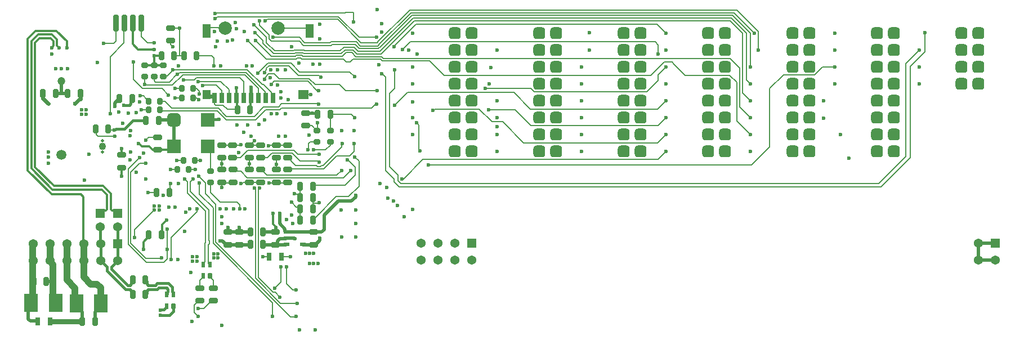
<source format=gbl>
G04*
G04 #@! TF.GenerationSoftware,Altium Limited,Altium Designer,20.0.2 (26)*
G04*
G04 Layer_Physical_Order=4*
G04 Layer_Color=16737819*
%FSLAX44Y44*%
%MOMM*%
G71*
G01*
G75*
%ADD11C,0.6000*%
%ADD14C,0.2000*%
G04:AMPARAMS|DCode=17|XSize=0.8mm|YSize=1.3mm|CornerRadius=0.2mm|HoleSize=0mm|Usage=FLASHONLY|Rotation=180.000|XOffset=0mm|YOffset=0mm|HoleType=Round|Shape=RoundedRectangle|*
%AMROUNDEDRECTD17*
21,1,0.8000,0.9000,0,0,180.0*
21,1,0.4000,1.3000,0,0,180.0*
1,1,0.4000,-0.2000,0.4500*
1,1,0.4000,0.2000,0.4500*
1,1,0.4000,0.2000,-0.4500*
1,1,0.4000,-0.2000,-0.4500*
%
%ADD17ROUNDEDRECTD17*%
G04:AMPARAMS|DCode=22|XSize=0.8mm|YSize=1.3mm|CornerRadius=0.2mm|HoleSize=0mm|Usage=FLASHONLY|Rotation=270.000|XOffset=0mm|YOffset=0mm|HoleType=Round|Shape=RoundedRectangle|*
%AMROUNDEDRECTD22*
21,1,0.8000,0.9000,0,0,270.0*
21,1,0.4000,1.3000,0,0,270.0*
1,1,0.4000,-0.4500,-0.2000*
1,1,0.4000,-0.4500,0.2000*
1,1,0.4000,0.4500,0.2000*
1,1,0.4000,0.4500,-0.2000*
%
%ADD22ROUNDEDRECTD22*%
G04:AMPARAMS|DCode=23|XSize=0.8mm|YSize=1mm|CornerRadius=0.2mm|HoleSize=0mm|Usage=FLASHONLY|Rotation=0.000|XOffset=0mm|YOffset=0mm|HoleType=Round|Shape=RoundedRectangle|*
%AMROUNDEDRECTD23*
21,1,0.8000,0.6000,0,0,0.0*
21,1,0.4000,1.0000,0,0,0.0*
1,1,0.4000,0.2000,-0.3000*
1,1,0.4000,-0.2000,-0.3000*
1,1,0.4000,-0.2000,0.3000*
1,1,0.4000,0.2000,0.3000*
%
%ADD23ROUNDEDRECTD23*%
G04:AMPARAMS|DCode=24|XSize=0.8mm|YSize=1mm|CornerRadius=0.2mm|HoleSize=0mm|Usage=FLASHONLY|Rotation=270.000|XOffset=0mm|YOffset=0mm|HoleType=Round|Shape=RoundedRectangle|*
%AMROUNDEDRECTD24*
21,1,0.8000,0.6000,0,0,270.0*
21,1,0.4000,1.0000,0,0,270.0*
1,1,0.4000,-0.3000,-0.2000*
1,1,0.4000,-0.3000,0.2000*
1,1,0.4000,0.3000,0.2000*
1,1,0.4000,0.3000,-0.2000*
%
%ADD24ROUNDEDRECTD24*%
G04:AMPARAMS|DCode=34|XSize=2.54mm|YSize=0.9144mm|CornerRadius=0mm|HoleSize=0mm|Usage=FLASHONLY|Rotation=90.000|XOffset=0mm|YOffset=0mm|HoleType=Round|Shape=Octagon|*
%AMOCTAGOND34*
4,1,8,0.2286,1.2700,-0.2286,1.2700,-0.4572,1.0414,-0.4572,-1.0414,-0.2286,-1.2700,0.2286,-1.2700,0.4572,-1.0414,0.4572,1.0414,0.2286,1.2700,0.0*
%
%ADD34OCTAGOND34*%

%ADD72C,0.5000*%
%ADD73C,0.4000*%
%ADD74C,1.0000*%
%ADD75C,0.3000*%
%ADD76C,0.8000*%
%ADD78C,0.3810*%
G04:AMPARAMS|DCode=79|XSize=1.778mm|YSize=1.778mm|CornerRadius=0.4445mm|HoleSize=0mm|Usage=FLASHONLY|Rotation=180.000|XOffset=0mm|YOffset=0mm|HoleType=Round|Shape=RoundedRectangle|*
%AMROUNDEDRECTD79*
21,1,1.7780,0.8890,0,0,180.0*
21,1,0.8890,1.7780,0,0,180.0*
1,1,0.8890,-0.4445,0.4445*
1,1,0.8890,0.4445,0.4445*
1,1,0.8890,0.4445,-0.4445*
1,1,0.8890,-0.4445,-0.4445*
%
%ADD79ROUNDEDRECTD79*%
G04:AMPARAMS|DCode=80|XSize=1.778mm|YSize=1.778mm|CornerRadius=0.4445mm|HoleSize=0mm|Usage=FLASHONLY|Rotation=270.000|XOffset=0mm|YOffset=0mm|HoleType=Round|Shape=RoundedRectangle|*
%AMROUNDEDRECTD80*
21,1,1.7780,0.8890,0,0,270.0*
21,1,0.8890,1.7780,0,0,270.0*
1,1,0.8890,-0.4445,-0.4445*
1,1,0.8890,-0.4445,0.4445*
1,1,0.8890,0.4445,0.4445*
1,1,0.8890,0.4445,-0.4445*
%
%ADD80ROUNDEDRECTD80*%
%ADD81C,2.0000*%
%ADD82C,1.3716*%
%ADD83R,1.3716X1.3716*%
%ADD84C,0.6000*%
%ADD85C,1.5000*%
%ADD86C,1.2000*%
%ADD87C,0.5000*%
%ADD88C,1.1000*%
%ADD100R,0.8000X1.3000*%
%ADD101R,1.2000X2.0000*%
%ADD102R,1.6000X1.4000*%
%ADD103R,1.2000X1.4000*%
%ADD104R,0.7000X1.6000*%
%ADD105R,0.6000X0.9000*%
G04:AMPARAMS|DCode=106|XSize=0.9mm|YSize=0.6mm|CornerRadius=0.15mm|HoleSize=0mm|Usage=FLASHONLY|Rotation=90.000|XOffset=0mm|YOffset=0mm|HoleType=Round|Shape=RoundedRectangle|*
%AMROUNDEDRECTD106*
21,1,0.9000,0.3000,0,0,90.0*
21,1,0.6000,0.6000,0,0,90.0*
1,1,0.3000,0.1500,0.3000*
1,1,0.3000,0.1500,-0.3000*
1,1,0.3000,-0.1500,-0.3000*
1,1,0.3000,-0.1500,0.3000*
%
%ADD106ROUNDEDRECTD106*%
%ADD107R,2.0000X2.8000*%
%ADD108R,0.9500X0.6000*%
%ADD109R,2.0000X2.0000*%
G04:AMPARAMS|DCode=110|XSize=2mm|YSize=2mm|CornerRadius=0.5mm|HoleSize=0mm|Usage=FLASHONLY|Rotation=270.000|XOffset=0mm|YOffset=0mm|HoleType=Round|Shape=RoundedRectangle|*
%AMROUNDEDRECTD110*
21,1,2.0000,1.0000,0,0,270.0*
21,1,1.0000,2.0000,0,0,270.0*
1,1,1.0000,-0.5000,-0.5000*
1,1,1.0000,-0.5000,0.5000*
1,1,1.0000,0.5000,0.5000*
1,1,1.0000,0.5000,-0.5000*
%
%ADD110ROUNDEDRECTD110*%
D11*
X978800Y651520D02*
X981300Y649020D01*
X990050D01*
X990550Y648520D01*
Y646520D02*
Y648520D01*
X781000Y637520D02*
X788000Y644520D01*
X789000D02*
Y653520D01*
X733000Y645520D02*
Y653520D01*
Y645520D02*
X741000Y637520D01*
D14*
X1120000Y479416D02*
Y479596D01*
X1117076Y482520D02*
X1120000Y479596D01*
X1114000Y482520D02*
X1117076D01*
X1107000Y489520D02*
Y489520D01*
Y489520D02*
X1114000Y482520D01*
X1042768Y519288D02*
X1043000Y519520D01*
X1043000Y519520D01*
X1033851Y519288D02*
X1042768D01*
X1031000Y517520D02*
X1032082D01*
X1043000Y519520D02*
X1060000D01*
X2059000Y715520D02*
Y742520D01*
X2060000Y743520D01*
X2037000Y556520D02*
Y693520D01*
X2059000Y715520D01*
X1269000Y512520D02*
X1993000D01*
X2037000Y556520D01*
X1261000Y520520D02*
Y524520D01*
Y520520D02*
X1269000Y512520D01*
X1267000Y522035D02*
Y530520D01*
Y522035D02*
X1271515Y517520D01*
X1990000D01*
X1248000Y537520D02*
X1261000Y524520D01*
X1254000Y543520D02*
X1267000Y530520D01*
X1275000Y524520D02*
X1304510Y554030D01*
X1248000Y537520D02*
Y677520D01*
X1242000Y682520D02*
X1243000D01*
X1248000Y677520D01*
X2031000Y698420D02*
X2050900Y718320D01*
X2031000Y558520D02*
Y698420D01*
X1990000Y517520D02*
X2031000Y558520D01*
X1254000Y543520D02*
Y652979D01*
X1304510Y554030D02*
X1658010D01*
X1298000Y568520D02*
X1300000Y566520D01*
X1262000Y660979D02*
Y688520D01*
X1254000Y652979D02*
X1262000Y660979D01*
X1653573Y730637D02*
X1658000Y726210D01*
Y712520D02*
Y726210D01*
X1467000Y604520D02*
X1657700D01*
X1199253Y704520D02*
X1240485D01*
X1195003Y700270D02*
X1199253Y704520D01*
X1203633Y708520D02*
X1242142D01*
X1197383Y714770D02*
X1203633Y708520D01*
X1241514Y712520D02*
X1291514Y762520D01*
X1205289Y712520D02*
X1241514D01*
X1199039Y718770D02*
X1205289Y712520D01*
X1239456Y716520D02*
X1289456Y766520D01*
X1206946Y716520D02*
X1239456D01*
X1200696Y722770D02*
X1206946Y716520D01*
X1244580Y706082D02*
X1766449D01*
X1242142Y708520D02*
X1244580Y706082D01*
X1242923Y702082D02*
X1314438D01*
X1240485Y704520D02*
X1242923Y702082D01*
X1291514Y762520D02*
X1766234D01*
X1240799Y723520D02*
X1287799Y770520D01*
X1239142Y727520D02*
X1286142Y774520D01*
X1237485Y731520D02*
X1284485Y778520D01*
X1905219Y692920D02*
X1923900D01*
X1893329Y681030D02*
X1905219Y692920D01*
X1846510Y681030D02*
X1893329D01*
X1826000Y660520D02*
X1846510Y681030D01*
X1826000Y572520D02*
Y660520D01*
X1799000Y545520D02*
X1826000Y572520D01*
X1313000Y545520D02*
X1799000D01*
X1273000Y524520D02*
X1275000D01*
X1298000Y568520D02*
Y605520D01*
X1658010Y554030D02*
X1669900Y565920D01*
X1657100Y578520D02*
X1669900Y591320D01*
X1456000Y578520D02*
X1657100D01*
X1424000Y610520D02*
X1456000Y578520D01*
X1443000Y628520D02*
X1467000Y604520D01*
X1466000Y629520D02*
X1657300D01*
X1641110Y655630D02*
X1658000Y672520D01*
X1471871Y655630D02*
X1641110D01*
X1336000Y680520D02*
X1647000D01*
X1285117Y730637D02*
X1653573D01*
X1294215Y757520D02*
X1656100D01*
X1289456Y766520D02*
X1767891D01*
X1287799Y770520D02*
X1769548D01*
X1286142Y774520D02*
X1772000D01*
X1284485Y778520D02*
X1776485D01*
X1466981Y660520D02*
X1471871Y655630D01*
X1408000Y610520D02*
X1424000D01*
X1389000Y629520D02*
X1408000Y610520D01*
X1320000Y627520D02*
X1322000Y629520D01*
X1389000D01*
X1319000Y627520D02*
X1320000D01*
X1657700Y604520D02*
X1669900Y616720D01*
X1403000Y628520D02*
X1443000D01*
X1657300Y629520D02*
X1669900Y642120D01*
X1776359Y611861D02*
Y670161D01*
X1781000Y632620D02*
X1796900Y616720D01*
X1781000Y632620D02*
Y691532D01*
X1281000Y654520D02*
X1441000D01*
X1466000Y629520D01*
X1262000Y635520D02*
X1281000Y654520D01*
X1647000Y680520D02*
X1667171Y700692D01*
X1682000Y697520D02*
Y697520D01*
X1678828Y700692D02*
X1682000Y697520D01*
X1667171Y700692D02*
X1678828D01*
X1682000Y697520D02*
X1699000Y680520D01*
X1766000D01*
X1658000Y681020D02*
X1669900Y692920D01*
X1658000Y672520D02*
Y681020D01*
X1398000Y660520D02*
X1466981D01*
X1274000Y719520D02*
X1285117Y730637D01*
X1260999Y724304D02*
X1294215Y757520D01*
X1656100D02*
X1669900Y743720D01*
X1766234Y762520D02*
X1785000Y743754D01*
X1767891Y766520D02*
X1790900Y743511D01*
X1769548Y770520D02*
X1796580Y743488D01*
X1809000Y718520D02*
Y746005D01*
X1776485Y778520D02*
X1809000Y746005D01*
X1239029Y727520D02*
X1239142D01*
X1237029Y725520D02*
X1239029Y727520D01*
X1236029Y724520D02*
X1237029Y725520D01*
X1210260Y724520D02*
X1236029D01*
X1204010Y730770D02*
X1210260Y724520D01*
X1166071Y730770D02*
X1204010D01*
X1237373Y731520D02*
X1237485D01*
X1235373Y729520D02*
X1237373Y731520D01*
X1210917Y729520D02*
X1235373D01*
X1175917Y764520D02*
X1210917Y729520D01*
X1177573Y768520D02*
X1208574Y737520D01*
X1260999Y723519D02*
Y724304D01*
X1295000Y608520D02*
Y609520D01*
Y608520D02*
X1298000Y605520D01*
X1089000Y628520D02*
X1091645Y631165D01*
X1146782Y637520D02*
X1147137Y637165D01*
X1776359Y611861D02*
X1796900Y591320D01*
X1766000Y680520D02*
X1776359Y670161D01*
X1314438Y702082D02*
X1336000Y680520D01*
X1766449Y706082D02*
X1781000Y691532D01*
X1785000Y654020D02*
Y743754D01*
Y654020D02*
X1796900Y642120D01*
X1237686Y720520D02*
X1240686Y723520D01*
X1208603Y720520D02*
X1237686D01*
X1240686Y723520D02*
X1240799D01*
X1772000Y774520D02*
X1803000Y743520D01*
X1796580Y693240D02*
Y743488D01*
X1790900Y673520D02*
Y743511D01*
Y673520D02*
X1796900Y667520D01*
X1194457Y685520D02*
X1201728Y678248D01*
X1119000Y685520D02*
X1194457D01*
X1188000Y657520D02*
X1236000D01*
X1179000Y666520D02*
X1188000Y657520D01*
X1142028Y666520D02*
X1179000D01*
X1796580Y693240D02*
X1796900Y692920D01*
X1124800Y651520D02*
X1124801Y651519D01*
X1135999D01*
X1146000Y657520D02*
X1147478D01*
X1024385Y629355D02*
X1025220Y628520D01*
X1024220Y629520D02*
X1024385Y629355D01*
X1010000Y629520D02*
X1024220D01*
X992171Y635520D02*
X1004000D01*
X1010000Y629520D01*
X996926Y630750D02*
X1009040Y618635D01*
X926770Y630750D02*
X996926D01*
X995269Y626750D02*
X1008407Y613612D01*
X910770Y626750D02*
X995269D01*
X991000Y636692D02*
Y646070D01*
Y636692D02*
X992171Y635520D01*
X990550Y646520D02*
X991000Y646070D01*
X909000Y628520D02*
X910770Y626750D01*
X744000Y309520D02*
X744479Y309999D01*
X791479D02*
X792000Y310520D01*
X1051413Y581932D02*
Y582432D01*
X1029429Y556520D02*
X1040429Y567520D01*
X1018000Y556520D02*
X1029429D01*
X1040429Y567520D02*
X1110000D01*
X1030000Y575520D02*
X1030999Y576519D01*
X1018000Y575520D02*
X1030000D01*
X981700Y400192D02*
X982000Y399892D01*
X981692Y425595D02*
X982911Y426814D01*
X982011Y432188D02*
X982911Y431287D01*
X982000Y397520D02*
X984000Y395520D01*
X976000Y397520D02*
Y399892D01*
X981692Y411592D02*
Y425595D01*
X982011Y432188D02*
Y478262D01*
X982911Y426814D02*
Y431287D01*
X976300Y400192D02*
Y409347D01*
X981692Y411592D02*
X981700Y411584D01*
X976292Y409355D02*
X976300Y409347D01*
X976000Y399892D02*
X976300Y400192D01*
X982000Y397520D02*
Y399892D01*
X974000Y395520D02*
X976000Y397520D01*
X976292Y409355D02*
Y427832D01*
X977511Y429050D01*
X926000Y403520D02*
Y436228D01*
X964903Y475131D01*
X919980Y404622D02*
Y420417D01*
X920000Y420602D02*
X920082Y420520D01*
X964903Y475131D02*
Y479423D01*
X965000Y479520D01*
X920000Y420602D02*
Y449520D01*
X919980Y420417D02*
X920082Y420520D01*
X989000Y427571D02*
Y481520D01*
X1104906Y317321D02*
X1114198D01*
X993000Y429228D02*
X1104906Y317321D01*
X1078000Y317520D02*
Y338571D01*
X993000Y429228D02*
Y486520D01*
X989000Y427571D02*
X1078000Y338571D01*
X946000Y523438D02*
X947082D01*
X958938Y524458D02*
X959041D01*
X977511Y429050D02*
Y476398D01*
X950250Y503659D02*
X977511Y476398D01*
X947082Y523438D02*
X950250Y520270D01*
X946000Y523438D02*
Y524520D01*
X950250Y503659D02*
Y520270D01*
X954750Y505523D02*
X982011Y478262D01*
X954750Y520270D02*
X958938Y524458D01*
X954750Y505523D02*
Y520270D01*
X981700Y400192D02*
Y411584D01*
X984000Y395520D02*
Y397020D01*
X871000Y436520D02*
Y448520D01*
X900000Y477520D01*
X964000Y646520D02*
X967000Y643520D01*
X959000Y646520D02*
X964000D01*
X963828Y660520D02*
X968000Y656348D01*
X967800Y652619D02*
Y656148D01*
X968000Y656348D01*
X1066000Y685602D02*
X1069142Y688745D01*
X1072657Y694520D02*
X1103000D01*
X1056000Y683520D02*
X1071000Y698520D01*
X1106000D01*
X1069142Y691005D02*
X1072657Y694520D01*
X1069142Y688745D02*
Y691005D01*
X1066000Y684520D02*
Y685602D01*
X1072515Y682520D02*
X1081000D01*
X1066000Y676005D02*
X1072515Y682520D01*
X1066000Y674520D02*
Y676005D01*
X1050000Y756520D02*
X1068999Y737521D01*
Y729178D02*
Y737521D01*
X865000Y535005D02*
X878515Y548520D01*
X887946Y405345D02*
X910825D01*
X911000Y405520D01*
X861000Y539520D02*
X878156Y556676D01*
X861000Y426634D02*
Y539520D01*
Y426634D02*
X888410Y399224D01*
X892000Y641520D02*
Y641979D01*
X878062Y649439D02*
X884081D01*
X888459Y645520D02*
X892000Y641979D01*
X891933Y628453D02*
X892000Y628520D01*
X888000Y645520D02*
X888459D01*
X884081Y649439D02*
X888000Y645520D01*
X834000Y622520D02*
Y708520D01*
X855000Y729520D01*
X1064000Y407520D02*
X1073000D01*
X1092000D02*
X1105000D01*
X1182235Y572755D02*
Y576755D01*
X1183000Y577520D01*
X1131731Y568102D02*
Y568452D01*
X1139999Y568102D02*
X1140416Y568519D01*
X1131731Y568452D02*
X1131872Y568593D01*
X991913Y773665D02*
X992678Y774430D01*
X1187110Y774630D02*
X1187250Y774770D01*
X992678Y774430D02*
X994884D01*
X1187250Y774770D02*
X1199086D01*
X1070082Y764520D02*
X1175917D01*
X995253Y768520D02*
X1177573D01*
X994884Y774430D02*
X995085Y774630D01*
X1067000Y762520D02*
X1068082D01*
X1070082Y764520D01*
X994398Y767665D02*
X995253Y768520D01*
X1059000Y755520D02*
X1073000Y741520D01*
X1059000Y755520D02*
Y762520D01*
X983800Y752520D02*
X1006000D01*
X978800Y747520D02*
X983800Y752520D01*
X1006000D02*
X1007000Y751520D01*
X1129800D02*
X1133800Y747520D01*
X1086800Y751520D02*
X1129800D01*
X964000Y709520D02*
X987000D01*
X990000Y694760D02*
Y706520D01*
X987000Y709520D02*
X990000Y706520D01*
X928240Y688760D02*
X1040274D01*
X938171Y684760D02*
X1038617D01*
X943038Y680760D02*
X1036960D01*
X963533Y676760D02*
X1029185D01*
X960293Y673520D02*
X963533Y676760D01*
X1062513Y666520D02*
X1064417D01*
X1040274Y688760D02*
X1062513Y666520D01*
X1038617Y684760D02*
X1067425Y655951D01*
Y646645D02*
Y655951D01*
X1036960Y680760D02*
X1056550Y661170D01*
Y646520D02*
Y661170D01*
X878515Y548520D02*
X888000D01*
X1057000Y508520D02*
X1059000Y510520D01*
X1090365Y337520D02*
X1115000D01*
X1051000Y511120D02*
X1052558Y509562D01*
X1199086Y774770D02*
X1199999Y773857D01*
Y760519D02*
Y773857D01*
X1110999Y501491D02*
Y502519D01*
Y501491D02*
X1111000Y501490D01*
X1115804D01*
X1115995Y501299D01*
X968000Y501520D02*
X989000Y481520D01*
X1029000Y479520D02*
Y485520D01*
X1194246Y559519D02*
X1201000Y566273D01*
X1175019Y559519D02*
X1194246D01*
X1154000Y544520D02*
X1182235Y572755D01*
X1201000Y566273D02*
Y577520D01*
X1183000Y576438D02*
Y577520D01*
X1175000Y530520D02*
X1182000Y537520D01*
X1192081Y552437D02*
X1202595Y541923D01*
X1190999Y552437D02*
X1192081D01*
X1202595Y530099D02*
Y541923D01*
X1197000Y621520D02*
X1201355Y617165D01*
X1057000Y376542D02*
Y508520D01*
X1079268Y354273D02*
X1082097D01*
X1052558Y375327D02*
X1090365Y337520D01*
X1082097Y354273D02*
X1089425Y346945D01*
X1052558Y375327D02*
Y509562D01*
X1057000Y376542D02*
X1079268Y354273D01*
X855000Y758320D02*
X855260Y758580D01*
X855000Y729520D02*
Y758320D01*
X887999Y582519D02*
Y583006D01*
X887485Y583520D02*
X887999Y583006D01*
X1065500Y534520D02*
Y534979D01*
X1040238Y526520D02*
X1053429D01*
X1072000Y574520D02*
X1073082D01*
X1053092Y613612D02*
X1068000Y628520D01*
X1051000Y618635D02*
X1064885Y632520D01*
X1195999Y537519D02*
Y537519D01*
X1185000Y526520D02*
X1195999Y537519D01*
X1151485Y544520D02*
X1154000D01*
X1150484Y543520D02*
X1151485Y544520D01*
X1145514Y543520D02*
X1150484D01*
X1155517Y540018D02*
X1175019Y559519D01*
X1152639Y540018D02*
X1155517D01*
X1152141Y539520D02*
X1152639Y540018D01*
X1143857Y539520D02*
X1152141D01*
X1116000Y561520D02*
X1148000D01*
X1131872Y568593D02*
Y577392D01*
X1144513Y544520D02*
X1145514Y543520D01*
X1113000Y544520D02*
X1144513D01*
X1143359Y540018D02*
X1143857Y539520D01*
X1107672Y540018D02*
X1143359D01*
X1146000Y598670D02*
Y609520D01*
X1029185Y676760D02*
X1035000Y670945D01*
X1068998Y704520D02*
X1113640D01*
X1076422Y709098D02*
X1112561D01*
X1053000Y732520D02*
X1076422Y709098D01*
X1079421Y713098D02*
X1110904D01*
X1063768Y728751D02*
X1079421Y713098D01*
X1081078Y717098D02*
X1109248D01*
X1068999Y729178D02*
X1081078Y717098D01*
X1035000Y646970D02*
Y670945D01*
X1040999Y732519D02*
X1068998Y704520D01*
X1081000Y682520D02*
X1088000Y675520D01*
X1081000Y671520D02*
X1131372D01*
X1076000Y666520D02*
X1081000Y671520D01*
X1103000Y694520D02*
X1117000Y680520D01*
X1106000Y698520D02*
X1119000Y685520D01*
X1064417Y666520D02*
X1076050Y654887D01*
X921757Y650277D02*
Y650763D01*
X1052000Y744520D02*
X1063768Y732751D01*
Y728751D02*
Y732751D01*
X1076514Y731519D02*
X1118877D01*
X1072999Y735034D02*
X1076514Y731519D01*
X1072999Y735034D02*
Y740004D01*
X1073000Y740005D01*
Y741520D01*
X1078999Y737519D02*
X1118534D01*
X1125050Y725346D02*
X1166303D01*
X1167728Y726770D02*
X1202353D01*
X1126707Y729346D02*
X1164647D01*
X881000Y628453D02*
X891933D01*
X994316Y767665D02*
X994398D01*
X992171Y765520D02*
X994316Y767665D01*
X995085Y774630D02*
X1187110D01*
X992000Y765520D02*
X992171D01*
X1113858Y710395D02*
X1122142D01*
X1112561Y709098D02*
X1113858Y710395D01*
X1122142D02*
X1123439Y709098D01*
X1183325D01*
X1188997Y714770D01*
X1197383D01*
X1120485Y706395D02*
X1122360Y704520D01*
X1115515Y706395D02*
X1120485D01*
X1113640Y704520D02*
X1115515Y706395D01*
X1187340Y718770D02*
X1199039D01*
X1181668Y713098D02*
X1187340Y718770D01*
X1125096Y713098D02*
X1181668D01*
X1123799Y714395D02*
X1125096Y713098D01*
X1112201Y714395D02*
X1123799D01*
X1110904Y713098D02*
X1112201Y714395D01*
X1185683Y722770D02*
X1200696D01*
X1180012Y717098D02*
X1185683Y722770D01*
X1126752Y717098D02*
X1180012D01*
X1125456Y718395D02*
X1126752Y717098D01*
X1110544Y718395D02*
X1125456D01*
X1109248Y717098D02*
X1110544Y718395D01*
X1166303Y725346D02*
X1167728Y726770D01*
X1188997Y700270D02*
X1195003D01*
X1184747Y704520D02*
X1188997Y700270D01*
X1122360Y704520D02*
X1184747D01*
X1118877Y731519D02*
X1125050Y725346D01*
X1164647Y729346D02*
X1166071Y730770D01*
X1118534Y737519D02*
X1126707Y729346D01*
X1202353Y726770D02*
X1208603Y720520D01*
X1208574Y737520D02*
X1235000D01*
X1068000Y628520D02*
X1089000D01*
X1064885Y632520D02*
X1087000D01*
X1092000Y637520D01*
X1233343Y637165D02*
X1235000D01*
X1110000Y567520D02*
X1116000Y561520D01*
X968000Y501520D02*
Y518520D01*
X973236Y664962D02*
X973764Y665490D01*
X967000Y528520D02*
X977000Y518520D01*
X966760Y670962D02*
X1000412D01*
X1091645Y631165D02*
X1227145D01*
X1092000Y637520D02*
X1146782D01*
X1145000Y597670D02*
X1146000Y598670D01*
X1105786Y551735D02*
X1113000Y544520D01*
X916000Y641520D02*
X926770Y630750D01*
X1045001Y575520D02*
X1051413Y581932D01*
X1149000Y677520D02*
Y679348D01*
X1117000Y680520D02*
X1147828D01*
X1149000Y679348D01*
X1133028Y675520D02*
X1142028Y666520D01*
X1088000Y675520D02*
X1133028D01*
X1131372Y671520D02*
X1145371Y657520D01*
X966558Y670760D02*
X966760Y670962D01*
X944000Y673520D02*
X960293D01*
X959000Y660520D02*
X963828D01*
X1227145Y631165D02*
X1233244Y637264D01*
X1233343Y637165D01*
X928000Y687520D02*
Y688520D01*
X920000Y679520D02*
X928000Y687520D01*
X927515Y665520D02*
X942515Y680520D01*
X942799D02*
X943038Y680760D01*
X942515Y680520D02*
X942799D01*
X928000Y688520D02*
X928240Y688760D01*
X1165000Y575520D02*
Y580670D01*
X1140416Y568519D02*
X1157999D01*
X1165000Y575520D01*
X1135150Y580670D02*
X1145000D01*
X1131872Y577392D02*
X1135150Y580670D01*
X1165000Y621520D02*
X1197000D01*
X1165000Y597670D02*
Y621520D01*
X1128000Y604520D02*
X1137500D01*
X1144350Y597670D01*
X1145000D01*
X1065500Y534520D02*
X1069500Y530520D01*
X1020500Y536020D02*
X1030739D01*
X1053429Y526520D02*
X1185000D01*
X1139000Y513520D02*
X1140250Y514770D01*
X1192745Y498018D02*
X1208139Y513412D01*
X1119335Y551756D02*
X1148000D01*
X1044959Y575520D02*
X1045001D01*
X1044959D02*
X1060000D01*
X1043000D02*
X1044959D01*
X1140250Y514770D02*
X1187266D01*
X1105883Y539903D02*
X1107557D01*
X1107571Y563520D02*
X1119335Y551756D01*
X1094429Y563520D02*
X1107571D01*
X1094429Y563520D02*
X1094429Y563520D01*
X1077429Y563520D02*
X1094429D01*
X1070429Y556520D02*
X1077429Y563520D01*
X1060000Y556520D02*
X1070429D01*
X1101000Y556520D02*
X1102862D01*
X1105786Y553596D01*
Y551735D02*
Y553596D01*
X1202000Y557520D02*
X1208139Y551381D01*
X1173627Y498018D02*
X1192745D01*
X1141924Y466316D02*
Y467299D01*
X1139000Y462416D02*
Y463392D01*
X1142907Y467299D02*
X1173627Y498018D01*
X1141924Y467299D02*
X1142907D01*
X977000Y502520D02*
X993000Y486520D01*
X977000Y502520D02*
Y518520D01*
X981000Y573520D02*
X984586Y569934D01*
X984950Y504205D02*
X999635Y489520D01*
X981719Y516801D02*
X984624D01*
X984950Y504205D02*
Y513570D01*
X984624Y516801D02*
X984828Y516596D01*
X1001550Y646520D02*
Y657313D01*
X973764Y665490D02*
X993373D01*
X1001550Y657313D01*
X983000Y536520D02*
X984586Y538106D01*
Y569934D01*
X1145371Y657520D02*
X1146000D01*
X1000412Y670962D02*
X1012550Y658824D01*
Y646520D02*
Y658824D01*
X984828Y513692D02*
Y516596D01*
X961000Y552520D02*
X970000D01*
X954000Y538520D02*
X962000D01*
X953000Y537520D02*
X954000Y538520D01*
X1208139Y513412D02*
Y551381D01*
X1187266Y514770D02*
X1202595Y530099D01*
X1139000Y463392D02*
X1141924Y466316D01*
X1147396Y487916D02*
X1148000Y488520D01*
X1139000Y487916D02*
X1147396D01*
X1139000D02*
Y496416D01*
Y479416D02*
Y487916D01*
X1120000Y462416D02*
Y479416D01*
Y497294D02*
Y513520D01*
Y496416D02*
Y497294D01*
X1115995Y501299D02*
X1117076D01*
X1074082Y575520D02*
X1101000D01*
X1073082Y574520D02*
X1074082Y575520D01*
X1103500Y537520D02*
X1105883Y539903D01*
X1073000Y518520D02*
X1084000D01*
X1062959Y537520D02*
X1065500Y534979D01*
X1069500Y530520D02*
X1175000D01*
X1053429Y526520D02*
X1053429Y526520D01*
X1019000Y537520D02*
X1020500Y536020D01*
X1030739D02*
X1040238Y526520D01*
X1084000Y546520D02*
Y556520D01*
Y537520D02*
Y546520D01*
X1107557Y539903D02*
X1107672Y540018D01*
X1101000Y537520D02*
X1103500D01*
X1101000Y575520D02*
X1101000Y575520D01*
X1043000Y537520D02*
Y547520D01*
X1043000Y556520D02*
X1043000Y556520D01*
Y547520D02*
Y556520D01*
X1002000Y575520D02*
X1018000D01*
X1084000Y518520D02*
X1084000Y518520D01*
X1101000D01*
X1032082Y517520D02*
X1033851Y519288D01*
X1002000Y511934D02*
Y518520D01*
X1002000D02*
X1019000D01*
X839000Y728520D02*
X842560Y732080D01*
Y758580D01*
X824000Y728520D02*
X839000D01*
X880660Y758580D02*
X881000Y758240D01*
Y738520D02*
Y758240D01*
X890000Y729520D02*
X900000D01*
X881000Y738520D02*
X890000Y729520D01*
X938000Y710020D02*
Y751520D01*
X937500Y709520D02*
X938000Y710020D01*
X925000Y751520D02*
X937828D01*
X925000Y726520D02*
Y732520D01*
Y726520D02*
X928000Y723520D01*
X937500Y709520D02*
X945000D01*
X930000D02*
X937500D01*
X816000Y588520D02*
X841000D01*
X813000Y591520D02*
X816000Y588520D01*
X813000Y591520D02*
Y598520D01*
X865000Y428291D02*
Y535005D01*
X888410Y399224D02*
X914581D01*
X919980Y404622D01*
X865000Y428291D02*
X887946Y405345D01*
X923000Y507020D02*
X923599Y507619D01*
Y515036D02*
X925000Y516438D01*
X923599Y507619D02*
Y515036D01*
X925000Y516438D02*
Y517644D01*
X923000Y504520D02*
Y507020D01*
X891000Y504520D02*
X904000D01*
X1008407Y613612D02*
X1053092D01*
X1009040Y618635D02*
X1051000D01*
X909000Y641520D02*
X916000D01*
X1117076Y501299D02*
X1120000Y498375D01*
Y497294D02*
Y498375D01*
X1119000Y462520D02*
X1119000Y462520D01*
X952000Y538520D02*
X953000Y537520D01*
X891485Y587520D02*
X905000D01*
X887485Y583520D02*
X891485Y587520D01*
X869000Y674183D02*
X882476Y660707D01*
X911813D02*
X921757Y650763D01*
X882476Y660707D02*
X911813D01*
X1067425Y646645D02*
X1067550Y646520D01*
X886000Y665520D02*
X927515D01*
X869000Y674183D02*
Y700520D01*
X932000Y646520D02*
X942000D01*
X932000Y660520D02*
X942000D01*
X923000Y670520D02*
X934412Y681932D01*
X886000Y665520D02*
Y676520D01*
X887000Y677520D01*
X1076050Y649020D02*
X1078550Y646520D01*
X914000Y678520D02*
X915000Y679520D01*
X920000D01*
X902000Y670520D02*
X923000D01*
X900000Y672520D02*
X902000Y670520D01*
X900000Y672520D02*
Y678520D01*
X886000D02*
X887000Y677520D01*
X935694Y682282D02*
X938171Y684760D01*
X832000Y598520D02*
X840000D01*
X1034550Y646520D02*
X1035000Y646970D01*
X935000Y682282D02*
X935694D01*
X1076050Y649020D02*
Y654887D01*
X960000Y323520D02*
X966000Y317520D01*
X960000Y323520D02*
Y335020D01*
X966500Y341520D01*
X969000D01*
X966000Y329520D02*
X974500D01*
X986500Y341520D01*
X989000D01*
Y360520D02*
Y372020D01*
X984000Y377020D02*
X989000Y372020D01*
X984000Y377020D02*
Y378520D01*
X969000Y360520D02*
Y372020D01*
X974000Y377020D01*
Y378520D01*
X934000Y552520D02*
X944000D01*
X925000Y538520D02*
X935000D01*
X905000Y587520D02*
X905000Y587520D01*
X831000Y599520D02*
X832000Y598520D01*
X812000Y599520D02*
X813000Y598520D01*
X1025000Y489520D02*
X1029000Y485520D01*
X984828Y513692D02*
X984950Y513570D01*
X999635Y489520D02*
X1025000D01*
X1043000Y577520D02*
X1043000Y577520D01*
X1002000Y539520D02*
Y554520D01*
X1002000Y554520D02*
X1002000Y554520D01*
X1108186Y357520D02*
X1114000D01*
X1091000Y369520D02*
Y392520D01*
X1081753Y360274D02*
X1091000Y369520D01*
X1099000Y366707D02*
Y392520D01*
Y366707D02*
X1108186Y357520D01*
X940000Y658520D02*
X942000Y660520D01*
D17*
X1139000Y479416D02*
D03*
X1120000D02*
D03*
X848000Y645520D02*
D03*
X867000D02*
D03*
X904000Y504520D02*
D03*
X923000D02*
D03*
X1120000Y496416D02*
D03*
X1139000D02*
D03*
X1025220Y628520D02*
D03*
X1044220D02*
D03*
X888000Y612520D02*
D03*
X907000D02*
D03*
X1139000Y462416D02*
D03*
X1120000D02*
D03*
Y513520D02*
D03*
X1139000D02*
D03*
X964000Y709520D02*
D03*
X945000D02*
D03*
X911000D02*
D03*
X930000D02*
D03*
X887000Y372520D02*
D03*
X868000D02*
D03*
Y350520D02*
D03*
X887000D02*
D03*
X1064000Y444570D02*
D03*
X1045000D02*
D03*
Y426570D02*
D03*
X1064000D02*
D03*
X1146000Y621520D02*
D03*
X1165000D02*
D03*
X792000Y310520D02*
D03*
X811000D02*
D03*
X892000Y440520D02*
D03*
X911000D02*
D03*
X812000Y599520D02*
D03*
X831000D02*
D03*
X789000Y653520D02*
D03*
X770000D02*
D03*
X733000D02*
D03*
X752000D02*
D03*
X719000Y370520D02*
D03*
X738000D02*
D03*
D22*
X925000Y732520D02*
D03*
Y751520D02*
D03*
X905000Y568520D02*
D03*
Y587520D02*
D03*
X1018000Y575520D02*
D03*
Y556520D02*
D03*
X1084000Y538520D02*
D03*
Y519520D02*
D03*
Y575520D02*
D03*
Y556520D02*
D03*
X1002000Y538520D02*
D03*
Y519520D02*
D03*
X1002000Y575520D02*
D03*
Y556520D02*
D03*
X1043000D02*
D03*
Y575520D02*
D03*
X1043000Y519520D02*
D03*
Y538520D02*
D03*
X1101000Y538520D02*
D03*
Y519520D02*
D03*
Y575520D02*
D03*
Y556520D02*
D03*
X1019000Y538520D02*
D03*
Y519520D02*
D03*
X1060000Y556520D02*
D03*
Y575520D02*
D03*
X1060000Y519520D02*
D03*
Y538520D02*
D03*
X989000Y341520D02*
D03*
Y360520D02*
D03*
X969000D02*
D03*
Y341520D02*
D03*
X851000Y541520D02*
D03*
Y560520D02*
D03*
X1128000Y604520D02*
D03*
Y623520D02*
D03*
X1011000Y425570D02*
D03*
Y444570D02*
D03*
X1028000D02*
D03*
Y425570D02*
D03*
X1082000D02*
D03*
Y444570D02*
D03*
X1140000Y425520D02*
D03*
Y444520D02*
D03*
D23*
X959000Y660520D02*
D03*
X942000D02*
D03*
X961000Y552520D02*
D03*
X944000D02*
D03*
X952000Y538520D02*
D03*
X935000D02*
D03*
X942000Y646520D02*
D03*
X959000D02*
D03*
X909000Y641520D02*
D03*
X892000D02*
D03*
Y628520D02*
D03*
X909000D02*
D03*
D24*
X914000Y695520D02*
D03*
Y678520D02*
D03*
X900000D02*
D03*
Y695520D02*
D03*
X886000D02*
D03*
Y678520D02*
D03*
X985000Y519520D02*
D03*
Y536520D02*
D03*
X1145000Y597670D02*
D03*
Y580670D02*
D03*
X1165000D02*
D03*
Y597670D02*
D03*
D34*
X842560Y758580D02*
D03*
X855260D02*
D03*
X867960D02*
D03*
X880660D02*
D03*
D72*
X2139800Y402920D02*
Y428320D01*
Y402920D02*
X2165200D01*
X2139800Y428320D02*
X2165200D01*
X711000Y337520D02*
X712000Y338520D01*
X711000Y313647D02*
Y337520D01*
X712000Y338520D02*
X715000D01*
X738000Y370520D02*
X748142D01*
X1148809Y431829D02*
Y435329D01*
X1142500Y425520D02*
X1148809Y431829D01*
X1140000Y425520D02*
X1142500D01*
X1148809Y435329D02*
X1149000Y435520D01*
X1082000Y444570D02*
X1083000Y445570D01*
X1082999Y445571D02*
Y451520D01*
Y445571D02*
X1083000Y445570D01*
X1011000Y444570D02*
X1011000Y444570D01*
Y451520D01*
X723802Y310718D02*
X725000Y309520D01*
X711000Y313647D02*
X713929Y310718D01*
X723802D01*
X1099000Y435570D02*
X1110679D01*
X1111729Y434520D01*
X1112000D01*
X999288Y431425D02*
X1002645D01*
X999097Y431617D02*
X999288Y431425D01*
X1002645D02*
X1008500Y425570D01*
X841000Y638520D02*
X848000Y645520D01*
X841000Y633520D02*
Y638520D01*
X1097250Y445070D02*
X1123500D01*
X1089000Y457251D02*
Y472421D01*
X1203000Y497520D02*
Y499520D01*
X1045550Y646520D02*
Y662520D01*
X1140000Y444520D02*
X1152000D01*
X1156000Y448520D02*
Y470520D01*
X1177000Y491520D01*
X1152000Y444520D02*
X1156000Y448520D01*
X1177000Y491520D02*
X1197000D01*
X1203000Y497520D01*
X1096750Y445570D02*
X1097250Y445070D01*
X1089000Y457251D02*
X1096750Y449501D01*
X907000Y612520D02*
X907500Y613020D01*
X929700D01*
X930200Y613520D01*
Y573520D02*
Y613520D01*
X1028000Y444570D02*
X1028000Y444570D01*
Y451520D01*
X1028000Y425570D02*
X1044000D01*
X1008500D02*
X1028000D01*
X1096750Y445570D02*
Y449501D01*
X1123500Y445070D02*
X1139450D01*
X1123500Y426070D02*
X1123775Y425795D01*
X1139725D01*
X1140000Y425520D01*
X1139450Y445070D02*
X1140000Y444520D01*
X1084750Y425820D02*
X1098750D01*
X1084750D02*
X1086000Y427070D01*
X1084500Y425570D02*
X1084750Y425820D01*
X1098500Y435070D02*
X1099000Y435570D01*
X1089500Y435070D02*
X1098500D01*
X1086000Y431570D02*
X1089500Y435070D01*
X1082000Y425570D02*
X1084500D01*
X1086000Y427070D02*
Y431570D01*
X1098750Y425820D02*
X1099000Y426070D01*
X1064000Y426570D02*
X1065000Y425570D01*
X1082000D01*
X1064000Y444570D02*
X1082000D01*
X1044000Y425570D02*
X1045000Y426570D01*
X1028000Y444570D02*
X1045000D01*
X1011000D02*
X1028000D01*
X760500Y653520D02*
X769000D01*
X752000D02*
X760500D01*
X761000Y654020D01*
Y671520D01*
X811000Y310520D02*
Y324520D01*
X820000Y333520D01*
Y337520D01*
X792000Y310520D02*
Y324690D01*
X783170Y333520D02*
X792000Y324690D01*
X783170Y333520D02*
Y337520D01*
X751830Y334520D02*
Y338520D01*
X752142Y338207D01*
D73*
X855358Y599520D02*
X868358Y612520D01*
X840000Y598520D02*
X840383Y598903D01*
X868358Y612520D02*
X888000D01*
X841797Y598903D02*
X842414Y599520D01*
X862657Y635553D02*
X865000Y637896D01*
Y643520D01*
X867000Y645520D01*
X1128000Y623520D02*
X1138000D01*
X1138383Y623137D01*
X1144383D02*
X1146000Y621520D01*
X1138383Y623137D02*
X1144383D01*
X981000Y613520D02*
X982000Y614520D01*
X998000D01*
X855000Y635553D02*
X862657D01*
X842414Y599520D02*
X855358D01*
X840383Y598903D02*
X841797D01*
D74*
X715000Y338520D02*
X717389Y340909D01*
Y426459D01*
X718100Y427170D01*
X780978Y339712D02*
Y360542D01*
X768900Y372620D02*
X780978Y360542D01*
X768900Y372620D02*
Y401770D01*
X748142Y370520D02*
Y396122D01*
Y337789D02*
Y370520D01*
X805000Y366520D02*
X814142D01*
X820000Y337520D02*
Y360662D01*
X814142Y366520D02*
X820000Y360662D01*
X794300Y377220D02*
X805000Y366520D01*
X794300Y377220D02*
Y401770D01*
X780978Y339712D02*
X783170Y337520D01*
X768900Y401770D02*
Y427170D01*
X794300Y401770D02*
Y427170D01*
X743500Y400765D02*
Y427170D01*
Y400765D02*
X748142Y396122D01*
D75*
X1023550Y646520D02*
X1023775Y646745D01*
Y661295D01*
X1024000Y661520D01*
X1079000Y456331D02*
Y472421D01*
Y456331D02*
X1082999Y452331D01*
Y451520D02*
Y452331D01*
X905000Y568520D02*
X925200D01*
X898000D02*
X905000D01*
X925200D02*
X930200Y573520D01*
X881812D02*
X893000D01*
X898000Y568520D01*
X877000Y577520D02*
X877812D01*
X881812Y573520D01*
X821250Y508520D02*
X829250Y500520D01*
X747222Y508520D02*
X821250D01*
X823528Y514020D02*
X834750Y502798D01*
X749500Y514020D02*
X823528D01*
X911000Y443020D02*
X912116Y441903D01*
X911000Y440520D02*
Y443020D01*
X911987Y455507D02*
X919000Y462520D01*
X876000Y719520D02*
X900000D01*
X867960Y727560D02*
X876000Y719520D01*
X867960Y727560D02*
Y758580D01*
X964000Y709520D02*
Y710058D01*
X966462Y712520D01*
X794000Y427470D02*
X794300Y427170D01*
X794000Y427470D02*
Y497520D01*
X790000Y501520D02*
X794000Y497520D01*
X746000Y501520D02*
X790000D01*
X710000Y537520D02*
X746000Y501520D01*
X715500Y540242D02*
Y731798D01*
Y540242D02*
X747222Y508520D01*
X721000Y542520D02*
Y729520D01*
Y542520D02*
X749500Y514020D01*
X710000Y735520D02*
X722000Y747520D01*
X710000Y537520D02*
Y735520D01*
X722000Y747520D02*
X753000D01*
X746521Y742020D02*
X754250Y734291D01*
X725722Y742020D02*
X746521D01*
X715500Y731798D02*
X725722Y742020D01*
X744243Y736520D02*
X748750Y732013D01*
X728000Y736520D02*
X744243D01*
X721000Y729520D02*
X728000Y736520D01*
X769000Y721520D02*
Y731520D01*
X753000Y747520D02*
X769000Y731520D01*
X829250Y478986D02*
Y483770D01*
X829250Y483770D02*
X829250Y483770D01*
X827493Y477229D02*
X829250Y478986D01*
X829250Y483770D02*
Y500520D01*
X823708Y477229D02*
X827493D01*
X819000Y472520D02*
X823708Y477229D01*
X834750Y478986D02*
Y486048D01*
X834750Y486048D02*
X834750Y486048D01*
X836507Y477229D02*
X840291D01*
X834750Y486048D02*
Y502798D01*
X834750Y478986D02*
X836507Y477229D01*
X840291D02*
X845000Y472520D01*
X754250Y724777D02*
Y734291D01*
X757000Y721520D02*
Y722027D01*
X748750Y724777D02*
Y732013D01*
X754250Y724777D02*
X757000Y722027D01*
X746000Y721520D02*
Y722027D01*
X748750Y724777D01*
X911987Y444007D02*
Y455507D01*
X892000Y438020D02*
Y440520D01*
X884000Y430020D02*
X892000Y438020D01*
X884000Y418520D02*
Y430020D01*
X851000Y541520D02*
X851000Y541520D01*
X851000Y528520D02*
Y541520D01*
Y560520D02*
X851000Y560520D01*
X851000Y560520D02*
Y570520D01*
X1024385Y629355D02*
Y645685D01*
X1044885Y645855D02*
X1045550Y646520D01*
X1044885Y629185D02*
Y645855D01*
X1044220Y628520D02*
X1044885Y629185D01*
X900000Y695520D02*
X914000D01*
X886000D02*
X900000D01*
Y709520D01*
X911000D01*
D76*
X744479Y309999D02*
X791479D01*
D78*
X857481Y358365D02*
X863673D01*
X829245Y386601D02*
X857481Y358365D01*
X863673Y364675D02*
X865905Y366907D01*
X860095Y364675D02*
X863673D01*
X835555Y389215D02*
X860095Y364675D01*
X845000Y427270D02*
X845100Y427170D01*
X845000Y427270D02*
Y452520D01*
X819350Y427520D02*
X819700Y427170D01*
X819350Y427520D02*
Y452170D01*
X819000Y452520D02*
X819350Y452170D01*
X865905Y370425D02*
X868000Y372520D01*
X865905Y366907D02*
Y370425D01*
X845100Y401770D02*
Y427170D01*
X844954Y401770D02*
X845100D01*
X835555Y392371D02*
X844954Y401770D01*
X835555Y389215D02*
Y392371D01*
X829245Y386601D02*
Y392371D01*
X865905Y352615D02*
Y356133D01*
Y352615D02*
X868000Y350520D01*
X863673Y358365D02*
X865905Y356133D01*
X819846Y401770D02*
X829245Y392371D01*
X819700Y401770D02*
Y427170D01*
Y401770D02*
X819846D01*
X819850Y452670D02*
X820000Y452520D01*
X923000Y319520D02*
X929000Y325520D01*
X914919Y327939D02*
X919000Y332020D01*
X929000Y325520D02*
Y333520D01*
X910000Y319520D02*
X923000D01*
X919000Y332020D02*
Y333520D01*
X918613Y361157D02*
X920845Y358925D01*
X921227Y367467D02*
X927155Y361539D01*
Y355347D02*
Y361539D01*
X904744Y367467D02*
X921227D01*
X901952Y364675D02*
X904744Y367467D01*
X891327Y364675D02*
X901952D01*
X910419Y327939D02*
X914919D01*
X910000Y327520D02*
X910419Y327939D01*
X920845Y355347D02*
Y358925D01*
X920095Y354597D02*
X920845Y355347D01*
X920095Y351615D02*
Y354597D01*
X919000Y350520D02*
X920095Y351615D01*
X907357Y361157D02*
X918613D01*
X889095Y356133D02*
X891327Y358365D01*
X904566D01*
X889095Y366907D02*
Y370425D01*
X887000Y372520D02*
X889095Y370425D01*
X927905Y351615D02*
Y354597D01*
Y351615D02*
X929000Y350520D01*
X889095Y352615D02*
Y356133D01*
Y366907D02*
X891327Y364675D01*
X887000Y350520D02*
X889095Y352615D01*
X927155Y355347D02*
X927905Y354597D01*
X904566Y358365D02*
X907357Y361157D01*
D79*
X1377800Y718320D02*
D03*
Y743720D02*
D03*
Y692920D02*
D03*
Y667520D02*
D03*
Y642120D02*
D03*
Y616720D02*
D03*
Y591320D02*
D03*
Y565920D02*
D03*
X1504800Y743720D02*
D03*
Y718320D02*
D03*
Y591320D02*
D03*
X1631800Y692920D02*
D03*
X1504800Y565920D02*
D03*
X1631800D02*
D03*
Y591320D02*
D03*
X1758800Y692920D02*
D03*
Y616720D02*
D03*
X1885800Y591320D02*
D03*
X2012800Y565920D02*
D03*
Y642120D02*
D03*
X1758800Y565920D02*
D03*
X1504800Y667520D02*
D03*
X2139800Y743720D02*
D03*
X1352400Y718320D02*
D03*
Y743720D02*
D03*
Y667520D02*
D03*
Y692920D02*
D03*
Y616720D02*
D03*
Y642120D02*
D03*
Y565920D02*
D03*
Y591320D02*
D03*
X1479400Y743720D02*
D03*
Y692920D02*
D03*
X1606400Y642120D02*
D03*
X1733400Y667520D02*
D03*
Y692920D02*
D03*
Y616720D02*
D03*
Y642120D02*
D03*
Y565920D02*
D03*
X1987400Y743720D02*
D03*
X2114400Y692920D02*
D03*
D80*
X2012800Y591320D02*
D03*
Y692920D02*
D03*
Y743720D02*
D03*
X2139800Y692920D02*
D03*
X1631800Y718320D02*
D03*
Y743720D02*
D03*
Y667520D02*
D03*
Y642120D02*
D03*
Y616720D02*
D03*
X1758800Y667520D02*
D03*
X1885800Y565920D02*
D03*
Y642120D02*
D03*
Y616720D02*
D03*
X2012800Y667520D02*
D03*
Y718320D02*
D03*
X2139800Y667520D02*
D03*
X1504800Y692920D02*
D03*
Y616720D02*
D03*
Y642120D02*
D03*
X1758800Y743720D02*
D03*
Y718320D02*
D03*
Y642120D02*
D03*
Y591320D02*
D03*
X1885800Y667520D02*
D03*
Y692920D02*
D03*
Y718320D02*
D03*
Y743720D02*
D03*
X2012800Y616720D02*
D03*
X2139800Y718320D02*
D03*
X1479400D02*
D03*
Y667520D02*
D03*
Y616720D02*
D03*
Y642120D02*
D03*
Y565920D02*
D03*
Y591320D02*
D03*
X1606400Y718320D02*
D03*
Y743720D02*
D03*
Y667520D02*
D03*
Y692920D02*
D03*
Y616720D02*
D03*
Y565920D02*
D03*
Y591320D02*
D03*
X1733400Y718320D02*
D03*
Y743720D02*
D03*
Y591320D02*
D03*
X1860400Y718320D02*
D03*
Y743720D02*
D03*
Y667520D02*
D03*
Y692920D02*
D03*
Y616720D02*
D03*
Y642120D02*
D03*
Y565920D02*
D03*
Y591320D02*
D03*
X1987400Y718320D02*
D03*
Y667520D02*
D03*
Y692920D02*
D03*
Y616720D02*
D03*
Y642120D02*
D03*
Y565920D02*
D03*
Y591320D02*
D03*
X2114400Y718320D02*
D03*
Y743720D02*
D03*
Y667520D02*
D03*
D81*
X1007000Y751520D02*
D03*
X1086800D02*
D03*
D82*
X743500Y401770D02*
D03*
Y427170D02*
D03*
X768900Y401770D02*
D03*
Y427170D02*
D03*
X794300Y401770D02*
D03*
Y427170D02*
D03*
X819700Y401770D02*
D03*
Y427170D02*
D03*
X845100Y401770D02*
D03*
X718100D02*
D03*
Y427170D02*
D03*
X819000Y452520D02*
D03*
X845000D02*
D03*
X1377800Y402920D02*
D03*
X1352400Y428320D02*
D03*
Y402920D02*
D03*
X1327400Y428320D02*
D03*
Y402920D02*
D03*
X1301600Y428320D02*
D03*
Y402920D02*
D03*
X2165200D02*
D03*
X2139800Y428320D02*
D03*
Y402920D02*
D03*
D83*
X845100Y427170D02*
D03*
X819000Y472520D02*
D03*
X845000D02*
D03*
X1377800Y428320D02*
D03*
X2165200D02*
D03*
D84*
X746000Y712520D02*
D03*
X1133000Y590520D02*
D03*
X1146000Y609520D02*
D03*
X1024000Y661520D02*
D03*
X1142250Y297520D02*
D03*
X1119000Y297520D02*
D03*
X1107000Y489520D02*
D03*
X1047843Y694677D02*
D03*
X1240000Y517520D02*
D03*
X802000Y561520D02*
D03*
X1149000Y435520D02*
D03*
X1082999Y451520D02*
D03*
X2059000Y744520D02*
D03*
X1300000Y566520D02*
D03*
X1658000Y712520D02*
D03*
X1542900Y616720D02*
D03*
X1242000Y682520D02*
D03*
X1262000Y688520D02*
D03*
X1238000Y696520D02*
D03*
X1241999Y745519D02*
D03*
X1945000Y555520D02*
D03*
X1907000Y642520D02*
D03*
Y615520D02*
D03*
X864000Y553520D02*
D03*
X865000Y565520D02*
D03*
X1035000Y594520D02*
D03*
X1046224Y588520D02*
D03*
X1041000Y605520D02*
D03*
X1313000Y545520D02*
D03*
X1266000Y484520D02*
D03*
X1273000Y524520D02*
D03*
X1289000Y478520D02*
D03*
X1250000Y511520D02*
D03*
X1319000Y627520D02*
D03*
X1201355Y617165D02*
D03*
X1403000Y628520D02*
D03*
X1262000Y635520D02*
D03*
X1398000Y660520D02*
D03*
X1669900Y743720D02*
D03*
X1555000Y744520D02*
D03*
X1296000Y712520D02*
D03*
X1274000Y719520D02*
D03*
X1283000Y718520D02*
D03*
X1555000D02*
D03*
X1260999Y723519D02*
D03*
X1241999Y758519D02*
D03*
X1295000Y609520D02*
D03*
X1235999Y779017D02*
D03*
X1407000Y692520D02*
D03*
X1404000Y667520D02*
D03*
X1416000Y603520D02*
D03*
X1075142Y688520D02*
D03*
X1075000Y676520D02*
D03*
X1086000Y665520D02*
D03*
X1085000Y622520D02*
D03*
X1102000Y643520D02*
D03*
X1091000Y646520D02*
D03*
Y655520D02*
D03*
X1288999Y640519D02*
D03*
X1235000Y637165D02*
D03*
X1147137D02*
D03*
X1415900Y642120D02*
D03*
X1203000Y499520D02*
D03*
X1252000Y495520D02*
D03*
X1260000Y491520D02*
D03*
X1276000Y467520D02*
D03*
X1803000Y743520D02*
D03*
X1809000Y718520D02*
D03*
X1011000Y451520D02*
D03*
X1002000Y304520D02*
D03*
X957000Y310520D02*
D03*
X955000Y383520D02*
D03*
X1135999Y651519D02*
D03*
X1147478Y657520D02*
D03*
X795000Y522520D02*
D03*
X770000Y690520D02*
D03*
X761000D02*
D03*
X752000D02*
D03*
X884141Y563379D02*
D03*
X864000Y589519D02*
D03*
X865000Y597520D02*
D03*
X1051413Y582432D02*
D03*
X1030999Y576519D02*
D03*
X1026999Y564519D02*
D03*
X1112000Y434520D02*
D03*
X1134000Y397520D02*
D03*
X1140000D02*
D03*
X1147000D02*
D03*
X1128000Y412520D02*
D03*
X1140000D02*
D03*
X1134000D02*
D03*
X958000Y400520D02*
D03*
X965000D02*
D03*
Y407520D02*
D03*
X996000Y405520D02*
D03*
Y411520D02*
D03*
X1081753Y360274D02*
D03*
X999097Y431617D02*
D03*
X1089425Y346945D02*
D03*
X990000Y405520D02*
D03*
Y411520D02*
D03*
X958000Y407520D02*
D03*
X936000Y403520D02*
D03*
X926000D02*
D03*
X946000Y445520D02*
D03*
X908000Y477520D02*
D03*
X920000Y418520D02*
D03*
Y449520D02*
D03*
X911000Y405520D02*
D03*
X741000Y548520D02*
D03*
X741000Y557520D02*
D03*
Y565520D02*
D03*
X946000Y524520D02*
D03*
X959000D02*
D03*
X1203000Y437520D02*
D03*
X1182000D02*
D03*
X798000Y628520D02*
D03*
Y621520D02*
D03*
X791000D02*
D03*
Y628520D02*
D03*
X914000Y499520D02*
D03*
X947343Y474863D02*
D03*
X932000Y482520D02*
D03*
X922000D02*
D03*
X1002000Y511934D02*
D03*
X1059000Y510520D02*
D03*
X967800Y652619D02*
D03*
X853000Y608520D02*
D03*
X1056000Y683520D02*
D03*
X1066000Y684520D02*
D03*
Y674520D02*
D03*
X1036000Y746520D02*
D03*
X1024000Y750520D02*
D03*
X1050000Y756520D02*
D03*
X1149000Y735346D02*
D03*
X995000Y731520D02*
D03*
X993000Y723520D02*
D03*
X954000Y479520D02*
D03*
X965000D02*
D03*
X1028000Y451520D02*
D03*
X871000Y436520D02*
D03*
X973236Y664962D02*
D03*
X841000Y633520D02*
D03*
X855000Y635553D02*
D03*
X878000Y640520D02*
D03*
X881000Y628453D02*
D03*
X879000Y649520D02*
D03*
X861655Y623865D02*
D03*
X847000Y625520D02*
D03*
X1064000Y407520D02*
D03*
X1105000D02*
D03*
X1183000Y577520D02*
D03*
X1139999Y568102D02*
D03*
X1131731D02*
D03*
X1076000Y622520D02*
D03*
X1067000Y762520D02*
D03*
X1059000D02*
D03*
X1010000Y731520D02*
D03*
X991000Y746520D02*
D03*
X1022000Y759520D02*
D03*
X873000Y624520D02*
D03*
X990000Y694760D02*
D03*
X873000Y534520D02*
D03*
X1149000Y757520D02*
D03*
X1051000Y511120D02*
D03*
X925000Y517644D02*
D03*
X937000D02*
D03*
X1108819Y457520D02*
D03*
X1099000Y463520D02*
D03*
X1079000Y472421D02*
D03*
X1089000D02*
D03*
X1107000Y470520D02*
D03*
X1199999Y760519D02*
D03*
X1110999Y502519D02*
D03*
X999000Y479520D02*
D03*
X1029000D02*
D03*
X1019850D02*
D03*
X1009000D02*
D03*
X1002000Y467520D02*
D03*
X1190999Y553519D02*
D03*
X1201000Y577520D02*
D03*
Y597520D02*
D03*
X1182000D02*
D03*
Y537520D02*
D03*
X1115000Y337520D02*
D03*
X834000Y622520D02*
D03*
X887999Y582519D02*
D03*
X1072000Y574520D02*
D03*
X1058000Y606851D02*
D03*
X1065920Y613600D02*
D03*
X1195999Y537519D02*
D03*
X1147999Y549519D02*
D03*
X1148000Y561520D02*
D03*
X1138000Y623520D02*
D03*
X1201728Y678248D02*
D03*
X1039000Y694760D02*
D03*
X1045550Y662520D02*
D03*
X1098000Y688520D02*
D03*
X1086000D02*
D03*
X1076000Y666520D02*
D03*
X921757Y650277D02*
D03*
X1040999Y732519D02*
D03*
X1053000Y732520D02*
D03*
X1052000Y744520D02*
D03*
X1118000Y698816D02*
D03*
X1078999Y737519D02*
D03*
X1000000Y694760D02*
D03*
X1018000Y733520D02*
D03*
X991913Y773665D02*
D03*
X992000Y765520D02*
D03*
X878156Y556676D02*
D03*
X968000Y518520D02*
D03*
X967000Y528520D02*
D03*
X1149000Y697520D02*
D03*
X1151000Y677520D02*
D03*
X966558Y670760D02*
D03*
X967000Y643520D02*
D03*
X2050900Y718320D02*
D03*
Y692920D02*
D03*
Y667520D02*
D03*
X1923900Y743720D02*
D03*
Y718320D02*
D03*
Y692920D02*
D03*
Y667520D02*
D03*
X1932000Y591520D02*
D03*
X1796900Y692920D02*
D03*
Y667520D02*
D03*
Y642120D02*
D03*
Y616720D02*
D03*
Y591320D02*
D03*
Y565920D02*
D03*
X1669900Y718320D02*
D03*
Y692920D02*
D03*
Y667520D02*
D03*
Y642120D02*
D03*
Y616720D02*
D03*
Y591320D02*
D03*
Y565920D02*
D03*
X1542900Y692920D02*
D03*
Y667520D02*
D03*
Y642120D02*
D03*
Y591320D02*
D03*
Y565920D02*
D03*
X1415900Y718320D02*
D03*
Y616720D02*
D03*
Y591320D02*
D03*
Y565920D02*
D03*
X1288900Y591320D02*
D03*
Y616720D02*
D03*
Y667520D02*
D03*
Y692920D02*
D03*
Y743720D02*
D03*
X937000Y694760D02*
D03*
X928000Y688520D02*
D03*
X1114000Y317520D02*
D03*
X1078000D02*
D03*
X1203000Y477520D02*
D03*
X1181000D02*
D03*
X1203000Y457520D02*
D03*
X998000Y614520D02*
D03*
X1002000Y457520D02*
D03*
X1139000Y697520D02*
D03*
X935000Y682282D02*
D03*
X970000Y552520D02*
D03*
X962000Y538520D02*
D03*
X944000Y673520D02*
D03*
X1202000Y557520D02*
D03*
X1236000Y657520D02*
D03*
X1235000Y737520D02*
D03*
X1148000Y488520D02*
D03*
X1087000Y588520D02*
D03*
X1073000Y518520D02*
D03*
X1025000Y605520D02*
D03*
X824000Y728520D02*
D03*
X900000Y729520D02*
D03*
X938000Y751520D02*
D03*
X928000Y723520D02*
D03*
X900000Y719520D02*
D03*
X746000Y721520D02*
D03*
X757000D02*
D03*
X769000D02*
D03*
X781000Y637520D02*
D03*
X851000Y528520D02*
D03*
Y570520D02*
D03*
X888000Y548520D02*
D03*
X900000Y477520D02*
D03*
X908000Y483520D02*
D03*
X900000D02*
D03*
X1107041Y723520D02*
D03*
X891000Y504520D02*
D03*
X1098000Y588520D02*
D03*
Y622520D02*
D03*
X877000Y577520D02*
D03*
X886000Y666707D02*
D03*
X869000Y700520D02*
D03*
X932000Y646520D02*
D03*
Y660520D02*
D03*
X900000Y709520D02*
D03*
X840000Y598520D02*
D03*
X919000Y462520D02*
D03*
X884000Y418520D02*
D03*
X966000Y329520D02*
D03*
Y317520D02*
D03*
X888000Y524520D02*
D03*
X841000Y588520D02*
D03*
X1084000Y546520D02*
D03*
X1031000Y517520D02*
D03*
X1037000Y479520D02*
D03*
X934000Y552520D02*
D03*
X925000Y538520D02*
D03*
X1043000Y547520D02*
D03*
X1002000D02*
D03*
X1114000Y357520D02*
D03*
X1091000Y392520D02*
D03*
X1099000D02*
D03*
X741000Y637520D02*
D03*
X815000Y699520D02*
D03*
X910000Y319520D02*
D03*
Y327520D02*
D03*
D85*
X761000Y560520D02*
D03*
D86*
Y671520D02*
D03*
D87*
X822000Y581770D02*
D03*
Y565270D02*
D03*
D88*
Y573520D02*
D03*
D100*
X725000Y310520D02*
D03*
X744000D02*
D03*
X1073000Y407520D02*
D03*
X1092000D02*
D03*
D101*
X978800Y747520D02*
D03*
X1133800D02*
D03*
D102*
X1124800Y651520D02*
D03*
D103*
X978800D02*
D03*
D104*
X990550Y646520D02*
D03*
X1012550D02*
D03*
X1001550D02*
D03*
X1056550D02*
D03*
X1078550D02*
D03*
X1067550D02*
D03*
X1023550D02*
D03*
X1045550D02*
D03*
X1034550D02*
D03*
D105*
X974000Y378520D02*
D03*
X919000Y333520D02*
D03*
Y350520D02*
D03*
X929000D02*
D03*
X984000Y395520D02*
D03*
X974000D02*
D03*
D106*
X984000Y378520D02*
D03*
X929000Y333520D02*
D03*
D107*
X715000Y338520D02*
D03*
X751830D02*
D03*
X783170Y337520D02*
D03*
X820000D02*
D03*
D108*
X1099000Y426070D02*
D03*
Y435570D02*
D03*
Y445070D02*
D03*
X1123500D02*
D03*
Y426070D02*
D03*
D109*
X981000Y573520D02*
D03*
Y613520D02*
D03*
X930200Y573520D02*
D03*
D110*
Y613520D02*
D03*
M02*

</source>
